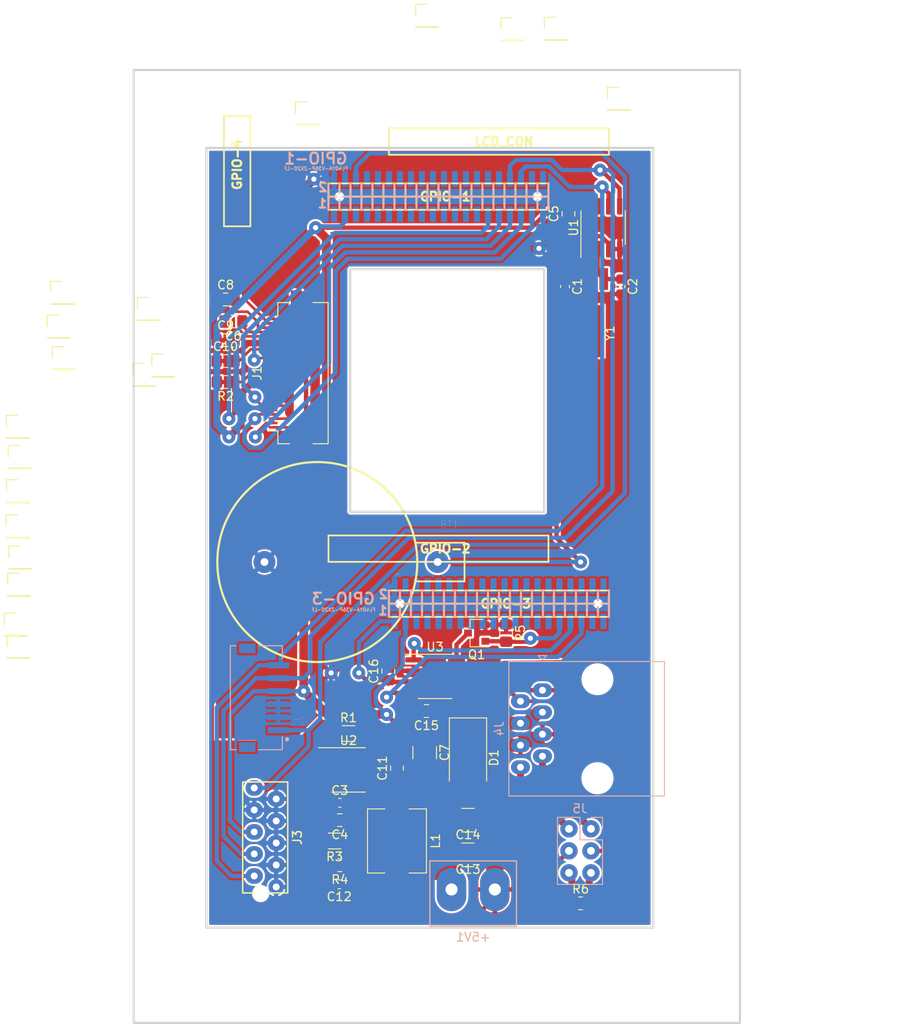
<source format=kicad_pcb>
(kicad_pcb (version 20211014) (generator pcbnew)
  (layers (0 "F.Cu" signal) (31 "B.Cu" signal) (34 "B.Paste" user) (35 "F.Paste" user) (36 "B.SilkS" user "B.Silkscreen") (37 "F.SilkS" user "F.Silkscreen") (38 "B.Mask" user) (39 "F.Mask" user) (44 "Edge.Cuts" user))
  (net 0 "")
  (net 1 "+5V")
  (net 2 "GND")
  (net 3 "GNDPWR")
  (net 4 "/lime2/LRADC0")
  (net 5 "/lime2/TS1_CLK/CSI1_PCLK/SDC1_CMD/PG0")
  (net 6 "/lime2/LRADC1")
  (net 7 "/lime2/TS1_ERR/CSI1_MLCK/SDC1_CLK/PG1")
  (net 8 "/lime2/MICIN1")
  (net 9 "/lime2/TS1_SYNC/CSI1_HSYNC/SDC1_D0/PG2")
  (net 10 "/lime2/VMIC")
  (net 11 "/lime2/TS1_DVLD/CSI1_VSYNC/SDC1_D1/PG3")
  (net 12 "/lime2/HPOUTL")
  (net 13 "/lime2/TS1_D0/CSI1_D0/SDC1_D2/CSI0_D8/PG4")
  (net 14 "/lime2/HPCOM/HPCOMFB")
  (net 15 "/lime2/TS1_D1/CSI1_D1/SDC1_D3/CSI0_D9/PG5")
  (net 16 "/lime2/HPOUTR")
  (net 17 "/lime2/TS1_D2/CSI1_D2/UART3_TX/CSI0_D10/PG6")
  (net 18 "/lime2/TVOUT0/VGA-G")
  (net 19 "/lime2/TS1_D3/CSI1_D3/UART3_RX/CSI0_D11/PG7")
  (net 20 "/lime2/TVOUT1/VGA-B")
  (net 21 "/lime2/TS1_D4/CSI1_D4/UART3_RTS/CSI0_D12/PG8")
  (net 22 "/lime2/TVOUT2/VGA-R")
  (net 23 "/lime2/TS1_D5/CSI1_D5/UART3_CTS/CSI0_D13/PG9")
  (net 24 "/lime2/UART0_RX/IR1_RX/PB23")
  (net 25 "/lime2/TS1_D6/CSI1_D6/UART4_TX/CSI0_D14/PG10")
  (net 26 "/lime2/UART0_TX/IR1_TX/PB22")
  (net 27 "/lime2/TS1_D7/CSI1_D7/UART4_RX/CSI0_D15/PG11")
  (net 28 "/lime2/TWI2_SDA/PB21")
  (net 29 "/lime2/TWI2_SCK/PB20")
  (net 30 "/lime2/NDQS/PC24")
  (net 31 "/lime2/SPI0_CS0/PC23")
  (net 32 "/lime2/IR0_TX/SPDIF_MCLK/STANBYWFI/PB3")
  (net 33 "/lime2/IR0_RX/PB4")
  (net 34 "/lime2/RESET_N")
  (net 35 "/lime2/I2S_MCLK/AC97_MCLK/PB5")
  (net 36 "/lime2/LCD1_D0/ATAA0/UART3_TX/EINT0/CSI1_D0/PH0")
  (net 37 "/lime2/I2S_BCLK/AC97_BCLK/PB6")
  (net 38 "/lime2/LCD1_D7/ATAD3/UART5_RX/MS_CLK/EINT7/CSI1_D7/PH7/I2S_DO1/PB9/USB0-DRV")
  (net 39 "/lime2/I2S_LRCK/AC97_SYNC/PB7")
  (net 40 "/lime2/ERXD2/LCD1_D9/ATAD5/KP_IN1/MS_D1/EINT9/CSI1_D9/PH9")
  (net 41 "/lime2/I2S_DO0/AC97_DO/PB8/SATA-PWR-EN")
  (net 42 "/lime2/ERXD1/LCD1_D10/ATAD6/KP_IN2/MS_D2/EINT10/CSI1_D10/PH10")
  (net 43 "/lime2/I2S_DO1/PB9")
  (net 44 "/lime2/ERXD0/LCD1_D11/ATAD7/KP_IN3/MS_D3/EINT11/CSI1_D11/PH11")
  (net 45 "/lime2/I2S_DO2/PB10")
  (net 46 "/lime2/LCD1_D12/ATAD8/PS2_SCK1/EINT12/CSI1_D12/PH12")
  (net 47 "/lime2/I2S_DO3/PB11")
  (net 48 "/lime2/LCD1_D13/ATAD9/PS2_SDA1/SMC_RST/EINT13/CSI1_D13/PH13")
  (net 49 "/lime2/I2S_DI/AC97_DI/SPDIF_DI/PB12")
  (net 50 "/lime2/ETXD3/LCD1_D14/ATAD10/KP_IN4/SMC_VPPEN/EINT14/CSI1_D14/PH14")
  (net 51 "/lime2/SPI2_CS1/SPDIF_DO/PB13")
  (net 52 "/lime2/ETXD2/LCD1_D15/ATAD11/KP_IN5/SMC_VPPPP/EINT15/CSI1_D15/PH15")
  (net 53 "/lime2/JTAG_MS0/SPI2_CS0/PB14")
  (net 54 "/lime2/ETXD1/LCD1_D16/ATAD12/KP_IN6/SMC_DET/EINT16/CSI1_D16/PH16")
  (net 55 "/lime2/JTAG_CK0/SPI2_CLK/PB15")
  (net 56 "/lime2/ETXD0/LCD1_D17/ATAD13/KP_IN7/SMC_VCCEN/EINT17/CSI1_D17/PH17")
  (net 57 "/lime2/JTAG_DO0/SPI2_MOSI/PB16")
  (net 58 "/lime2/ERXCK/LCD1_D18/ATAD14/KP_OUT0/SMC_SLK/EINT18/CSI1_D18/PH18")
  (net 59 "/lime2/JTAG_DI0/SPI2_MISO/PB17")
  (net 60 "/lime2/ETXCK/LCD1_CLK/ATACS1/KP_OUT4/SDC1_D0/CSI1_PCLK/PH24")
  (net 61 "/lime2/ECRS/LCD1_DE/ATAIORDY/KP_OUT5/SDC1_D1/CSI1_FIELD/PH25")
  (net 62 "/lime2/ECOL/LCD1_HSYNC/ATAIOR/KP_OUT6/SDC1_D2/CSI1_HSYNC/PH26")
  (net 63 "/lime2/EMDIO/LCD1_D22/ATADACK/KP_OUT2/SDC1_CMD/CSI1_D22/PH22")
  (net 64 "/lime2/ETXERR/LCD1_VSYNC/ATAIOW/KP_OUT7/SDC1_D3/CSI1_VSYNC/PH27")
  (net 65 "/lime2/ETEN/LCD1_D23/ATACS0/KP_OUT3/SDC1_CLK/CSI1_D23/PH23")
  (net 66 "/+5VCPU")
  (net 67 "Net-(C1-Pad1)")
  (net 68 "Net-(C2-Pad1)")
  (net 69 "Net-(C3-Pad1)")
  (net 70 "Net-(C4-Pad2)")
  (net 71 "+3V3")
  (net 72 "/XV0")
  (net 73 "/V0")
  (net 74 "+12V")
  (net 75 "/VG")
  (net 76 "/VM")
  (net 77 "/VD1")
  (net 78 "Net-(C11-Pad1)")
  (net 79 "Net-(C11-Pad2)")
  (net 80 "Net-(C12-Pad2)")
  (net 81 "/RSTB")
  (net 82 "/D1-A0")
  (net 83 "/lime2/SDA")
  (net 84 "/SPI_CS")
  (net 85 "/lime2/SCK")
  (net 86 "/SCL")
  (net 87 "/D0-SDA")
  (net 88 "/lime2/CAN_RX")
  (net 89 "/lime2/CAN_TX")
  (net 90 "/lime2/CAN_EN")
  (net 91 "Net-(J4-Pad1)")
  (net 92 "Net-(J4-Pad2)")
  (net 93 "Net-(J4-Pad7)")
  (net 94 "Net-(J4-Pad8)")
  (net 95 "Net-(J5-Pad5)")
  (net 96 "Net-(J5-Pad6)")
  (net 97 "Net-(Q1-Pad3)")
  (net 98 "Net-(R1-Pad1)")
  (net 99 "/V_BCKP")
  (net 100 "Net-(U1-Pad7)")
  (net 101 "GND2")
  (footprint "Capacitor_SMD:C_0603_1608Metric_Pad1.08x0.95mm_HandSolder" (layer "F.Cu") (at 14.8 -10 -90)
    (fp_text reference "C1")
    (fp_text value "10pF")
  )
  (footprint "Capacitor_SMD:C_0603_1608Metric_Pad1.08x0.95mm_HandSolder" (layer "F.Cu") (at 21.2 -10 -90)
    (fp_text reference "C2")
    (fp_text value "10pF")
  )
  (footprint "Capacitor_SMD:C_0603_1608Metric_Pad1.08x0.95mm_HandSolder" (layer "F.Cu") (at -11.2 49.6)
    (fp_text reference "C3")
    (fp_text value "6.8nF")
  )
  (footprint "Capacitor_SMD:C_0805_2012Metric_Pad1.18x1.45mm_HandSolder" (layer "F.Cu") (at -11.2 51.6 180)
    (fp_text reference "C4")
    (fp_text value "1µF6.3v")
  )
  (footprint "Capacitor_SMD:C_0805_2012Metric_Pad1.18x1.45mm_HandSolder" (layer "F.Cu") (at 15.2 -18.4 90)
    (fp_text reference "C5")
    (fp_text value "100nF6.3V")
  )
  (footprint "Capacitor_SMD:C_1210_3225Metric_Pad1.33x2.70mm_HandSolder" (layer "F.Cu") (at -1.4 43.8 -90)
    (fp_text reference "C7")
    (fp_text value "10µF25V")
  )
  (footprint "Capacitor_SMD:C_0805_2012Metric_Pad1.18x1.45mm_HandSolder" (layer "F.Cu") (at -24.384 -1.397)
    (fp_text reference "C10")
    (fp_text value "1uF16V")
  )
  (footprint "Capacitor_SMD:C_0805_2012Metric_Pad1.18x1.45mm_HandSolder" (layer "F.Cu") (at -4.6 45.6 90)
    (fp_text reference "C11")
    (fp_text value "100nF6.3V")
  )
  (footprint "Capacitor_SMD:C_0603_1608Metric_Pad1.08x0.95mm_HandSolder" (layer "F.Cu") (at -11.2625 59 180)
    (fp_text reference "C12")
    (fp_text value "10pf")
  )
  (footprint "Capacitor_SMD:C_1210_3225Metric_Pad1.33x2.70mm_HandSolder" (layer "F.Cu") (at 3.6 55.6 180)
    (fp_text reference "C13")
    (fp_text value "22µF6.3V")
  )
  (footprint "Capacitor_SMD:C_0805_2012Metric_Pad1.18x1.45mm_HandSolder" (layer "F.Cu") (at -1.2 39 180)
    (fp_text reference "C15")
    (fp_text value "100nF")
  )
  (footprint "Capacitor_SMD:C_0805_2012Metric_Pad1.18x1.45mm_HandSolder" (layer "F.Cu") (at -5.6 34.4 90)
    (fp_text reference "C16")
    (fp_text value "100nF")
  )
  (footprint "Diode_SMD:D_SMB_Handsoldering" (layer "F.Cu") (at 3.6 44.4 -90)
    (fp_text reference "D1")
    (fp_text value "SMBJ16A")
  )
  (footprint "local:multicomp505110-2691" (layer "F.Cu") (at -17.049 0 90)
    (fp_text reference "J1")
    (fp_text value "MDCOG240128B6W")
  )
  (footprint "Package_TO_SOT_SMD:SOT-23" (layer "F.Cu") (at 4.6 30 180)
    (fp_text reference "Q1")
    (fp_text value "BSS123")
  )
  (footprint "Resistor_SMD:R_1206_3216Metric_Pad1.30x1.75mm_HandSolder" (layer "F.Cu") (at -10.2 41.6)
    (fp_text reference "R1")
    (fp_text value "10K")
  )
  (footprint "Resistor_SMD:R_1206_3216Metric_Pad1.30x1.75mm_HandSolder" (layer "F.Cu") (at -11.8 54 180)
    (fp_text reference "R3")
    (fp_text value "10K")
  )
  (footprint "Resistor_SMD:R_0805_2012Metric_Pad1.20x1.40mm_HandSolder" (layer "F.Cu") (at 16.6 61.2)
    (fp_text reference "R6")
    (fp_text value "100")
  )
  (footprint "Package_SO:SOIC-8_3.9x4.9mm_P1.27mm" (layer "F.Cu") (at 19.2 -16.8 90)
    (fp_text reference "U1")
    (fp_text value "MCP7940N-xSN")
  )
  (footprint "Package_SO:SOIC-8-1EP_3.9x4.9mm_P1.27mm_EP2.41x3.3mm" (layer "F.Cu") (at -10.2 45.8)
    (fp_text reference "U2")
    (fp_text value "TPS54228")
  )
  (footprint "Package_SO:SOIC-8_3.9x4.9mm_P1.27mm" (layer "F.Cu") (at -0.2 35)
    (fp_text reference "U3")
    (fp_text value "TLE9250V")
  )
  (footprint "local:CMR200T" (layer "F.Cu") (at 18 -9.6 180)
    (fp_text reference "Y1")
    (fp_text value "32.768Khz")
  )
  (footprint "Resistor_SMD:R_0805_2012Metric_Pad1.20x1.40mm_HandSolder" (layer "F.Cu") (at 8 30 -90)
    (fp_text reference "R5")
    (fp_text value "47K")
  )
  (footprint "local:L_TT_7.3x6.8" (layer "F.Cu") (at -4.6 54 -90)
    (fp_text reference "L1")
    (fp_text value "4.7µH")
  )
  (footprint "Resistor_SMD:R_0805_2012Metric_Pad1.20x1.40mm_HandSolder" (layer "F.Cu") (at -11.2 56.8 180)
    (fp_text reference "R4")
    (fp_text value "56K")
  )
  (footprint "Resistor_SMD:R_0805_2012Metric_Pad1.20x1.40mm_HandSolder" (layer "F.Cu") (at -24.384 1.016 180)
    (fp_text reference "R2")
    (fp_text value "4K7")
  )
  (footprint "Capacitor_SMD:C_0805_2012Metric_Pad1.18x1.45mm_HandSolder" (layer "F.Cu") (at -24.384 -3.81)
    (fp_text reference "C9")
    (fp_text value "1uF16V")
  )
  (footprint "te:CONN-TE-MICROMATCH-5X2-PTH-BOSS" (layer "F.Cu") (at -19.812 53.594 -90)
    (fp_text reference "J3")
    (fp_text value "CONN_BME280_2")
  )
  (footprint "local:1066" (layer "F.Cu") (at -13.8 21.8)
    (fp_text reference "BT1")
    (fp_text value "CR2032")
  )
  (footprint "Connector_PinHeader_2.54mm:PinHeader_1x01_P2.54mm_Vertical" (layer "F.Cu") (at -15 -30)
    (fp_text reference "REF**" hide)
    (fp_text value "PinHeader_1x01_P2.54mm_Vertical" hide)
  )
  (footprint "Connector_PinHeader_2.54mm:PinHeader_1x01_P2.54mm_Vertical" (layer "F.Cu") (at 21.04 -31.68)
    (fp_text reference "REF**" hide)
    (fp_text value "PinHeader_1x01_P2.54mm_Vertical" hide)
  )
  (footprint "Connector_PinHeader_2.54mm:PinHeader_1x01_P2.54mm_Vertical" (layer "F.Cu") (at 8.74 -39.71)
    (fp_text reference "REF**" hide)
    (fp_text value "PinHeader_1x01_P2.54mm_Vertical" hide)
  )
  (footprint "Connector_PinHeader_2.54mm:PinHeader_1x01_P2.54mm_Vertical" (layer "F.Cu") (at 13.75 -39.76)
    (fp_text reference "REF**" hide)
    (fp_text value "PinHeader_1x01_P2.54mm_Vertical" hide)
  )
  (footprint "Connector_PinHeader_2.54mm:PinHeader_1x01_P2.54mm_Vertical" (layer "F.Cu") (at -33.24 -7.41)
    (fp_text reference "REF**" hide)
    (fp_text value "PinHeader_1x01_P2.54mm_Vertical" hide)
  )
  (footprint "Connector_PinHeader_2.54mm:PinHeader_1x01_P2.54mm_Vertical" (layer "F.Cu") (at -33.812 0.18)
    (fp_text reference "REF**" hide)
    (fp_text value "PinHeader_1x01_P2.54mm_Vertical" hide)
  )
  (footprint "Connector_PinHeader_2.54mm:PinHeader_1x01_P2.54mm_Vertical" (layer "F.Cu") (at -43.659 -5.38)
    (fp_text reference "REF**" hide)
    (fp_text value "PinHeader_1x01_P2.54mm_Vertical" hide)
  )
  (footprint "Connector_PinHeader_2.54mm:PinHeader_1x01_P2.54mm_Vertical" (layer "F.Cu") (at -31.571999 -0.876)
    (fp_text reference "REF**" hide)
    (fp_text value "PinHeader_1x01_P2.54mm_Vertical" hide)
  )
  (footprint "Connector_PinHeader_2.54mm:PinHeader_1x01_P2.54mm_Vertical" (layer "F.Cu") (at -43.06 -1.73)
    (fp_text reference "REF**" hide)
    (fp_text value "PinHeader_1x01_P2.54mm_Vertical" hide)
  )
  (footprint "Connector_PinHeader_2.54mm:PinHeader_1x01_P2.54mm_Vertical" (layer "F.Cu") (at -48.36 6.19)
    (fp_text reference "REF**" hide)
    (fp_text value "PinHeader_1x01_P2.54mm_Vertical" hide)
  )
  (footprint "Connector_PinHeader_2.54mm:PinHeader_1x01_P2.54mm_Vertical" (layer "F.Cu") (at -48.16 9.68)
    (fp_text reference "REF**" hide)
    (fp_text value "PinHeader_1x01_P2.54mm_Vertical" hide)
  )
  (footprint "Connector_PinHeader_2.54mm:PinHeader_1x01_P2.54mm_Vertical" (layer "F.Cu") (at -48.36 13.63)
    (fp_text reference "REF**" hide)
    (fp_text value "PinHeader_1x01_P2.54mm_Vertical" hide)
  )
  (footprint "Connector_PinHeader_2.54mm:PinHeader_1x01_P2.54mm_Vertical" (layer "F.Cu") (at -48.41 17.68)
    (fp_text reference "REF**" hide)
    (fp_text value "PinHeader_1x01_P2.54mm_Vertical" hide)
  )
  (footprint "Connector_PinHeader_2.54mm:PinHeader_1x01_P2.54mm_Vertical" (layer "F.Cu") (at -48.1 21.28)
    (fp_text reference "REF**" hide)
    (fp_text value "PinHeader_1x01_P2.54mm_Vertical" hide)
  )
  (footprint "Connector_PinHeader_2.54mm:PinHeader_1x01_P2.54mm_Vertical" (layer "F.Cu") (at -48.21 24.42)
    (fp_text reference "REF**" hide)
    (fp_text value "PinHeader_1x01_P2.54mm_Vertical" hide)
  )
  (footprint "Connector_PinHeader_2.54mm:PinHeader_1x01_P2.54mm_Vertical" (layer "F.Cu") (at -48.61 29.03)
    (fp_text reference "REF**" hide)
    (fp_text value "PinHeader_1x01_P2.54mm_Vertical" hide)
  )
  (footprint "Connector_PinHeader_2.54mm:PinHeader_1x01_P2.54mm_Vertical" (layer "F.Cu") (at -48.31 31.56)
    (fp_text reference "REF**" hide)
    (fp_text value "PinHeader_1x01_P2.54mm_Vertical" hide)
  )
  (footprint "Connector_PinHeader_2.54mm:PinHeader_1x01_P2.54mm_Vertical" (layer "F.Cu") (at -43.259 -9.281)
    (fp_text reference "REF**" hide)
    (fp_text value "PinHeader_1x01_P2.54mm_Vertical" hide)
  )
  (footprint "Connector_PinHeader_2.54mm:PinHeader_1x01_P2.54mm_Vertical" (layer "F.Cu") (at -1.1 -41.254695)
    (fp_text reference "REF**" hide)
    (fp_text value "PinHeader_1x01_P2.54mm_Vertical" hide)
  )
  (footprint "Capacitor_SMD:C_1210_3225Metric_Pad1.33x2.70mm_HandSolder" (layer "F.Cu") (at 3.6 51.6 180)
    (fp_text reference "C14")
    (fp_text value "22µF6.3V")
  )
  (footprint "Capacitor_SMD:C_0805_2012Metric_Pad1.18x1.45mm_HandSolder" (layer "F.Cu") (at -24.384 -8.509)
    (fp_text reference "C8")
    (fp_text value "1uF16V")
  )
  (footprint "Capacitor_SMD:C_0805_2012Metric_Pad1.18x1.45mm_HandSolder" (layer "F.Cu") (at -23.495 -5.969 180)
    (fp_text reference "C6")
    (fp_text value "1uF25V")
  )
  (footprint "A20_OLIMEXINO_LIME2_SHIELD:A20_OLIMEXINO_LIME2_SHIELD_1-YA-V36P-2X20-LF" (layer "B.Cu") (at 0.1905 -20.3835)
    (fp_text reference "GPIO-1")
    (fp_text value "FL40YA-V36P-2X20-LF")
  )
  (footprint "A20_OLIMEXINO_LIME2_SHIELD:A20_OLIMEXINO_LIME2_SHIELD_1-YA-V36P-2X20-LF" (layer "B.Cu") (at 7.1755 26.6065)
    (fp_text reference "GPIO-3")
    (fp_text value "FL40YA-V36P-2X20-LF")
  )
  (footprint "local:MC24356" (layer "B.Cu") (at 4.2 59.6 180)
    (fp_text reference "+5V1")
    (fp_text value "5V_LIME2")
  )
  (footprint "jst:JST_S6B-ZR-SM4A-TF(LF)(SN)" (layer "B.Cu") (at -18.288 37.465 90)
    (fp_text reference "J2")
    (fp_text value "Conn_BME280")
  )
  (footprint "Connector_RJ:RJ45_Amphenol_54602-x08_Horizontal" (layer "B.Cu") (at 12.2 36.6 -90)
    (fp_text reference "J4")
    (fp_text value "RJ45")
  )
  (footprint "Connector_PinHeader_2.54mm:PinHeader_2x03_P2.54mm_Vertical" (layer "B.Cu") (at 17.8 52.6 180)
    (fp_text reference "J5")
    (fp_text value "Term_sel")
  )
  (gr_line (start -24.5745 -16.9545) (end -21.5265 -16.9545) (layer "F.SilkS") (width 0.2))
  (gr_line (start -5.5245 -28.2575) (end -5.5245 -25.2095) (layer "F.SilkS") (width 0.2))
  (gr_line (start 19.8755 -28.2575) (end -5.5245 -28.2575) (layer "F.SilkS") (width 0.2))
  (gr_line (start -12.5095 -18.8595) (end 12.8905 -18.8595) (layer "F.SilkS") (width 0.2))
  (gr_line (start -5.5245 25.0825) (end -5.5245 28.1305) (layer "F.SilkS") (width 0.2))
  (gr_line (start 12.8905 -21.9075) (end -12.5095 -21.9075) (layer "F.SilkS") (width 0.2))
  (gr_line (start -5.5245 28.1305) (end 19.8755 28.1305) (layer "F.SilkS") (width 0.2))
  (gr_line (start -24.5745 -29.6545) (end -24.5745 -16.9545) (layer "F.SilkS") (width 0.2))
  (gr_line (start -12.5095 -21.9075) (end -12.5095 -18.8595) (layer "F.SilkS") (width 0.2))
  (gr_line (start 12.8905 21.7805) (end 12.8905 18.7325) (layer "F.SilkS") (width 0.2))
  (gr_line (start 19.8755 -25.2095) (end 19.8755 -28.2575) (layer "F.SilkS") (width 0.2))
  (gr_line (start -21.5265 -16.9545) (end -21.5265 -29.6545) (layer "F.SilkS") (width 0.2))
  (gr_line (start -5.5245 -25.2095) (end 19.8755 -25.2095) (layer "F.SilkS") (width 0.2))
  (gr_line (start 12.8905 18.7325) (end -12.5095 18.7325) (layer "F.SilkS") (width 0.2))
  (gr_line (start 12.8905 -18.8595) (end 12.8905 -21.9075) (layer "F.SilkS") (width 0.2))
  (gr_line (start -12.5095 21.7805) (end 12.8905 21.7805) (layer "F.SilkS") (width 0.2))
  (gr_line (start -12.5095 18.7325) (end -12.5095 21.7805) (layer "F.SilkS") (width 0.2))
  (gr_line (start 19.8755 25.0825) (end -5.5245 25.0825) (layer "F.SilkS") (width 0.2))
  (gr_line (start 19.8755 28.1305) (end 19.8755 25.0825) (layer "F.SilkS") (width 0.2))
  (gr_line (start -21.5265 -29.6545) (end -24.5745 -29.6545) (layer "F.SilkS") (width 0.2))
  (gr_line (start 12.4 16) (end 12.4 -12) (layer "Edge.Cuts") (width 0.254))
  (gr_line (start 35 -35) (end 30 -35) (layer "Edge.Cuts") (width 0.254))
  (gr_line (start -26.6065 64) (end 25 64) (layer "Edge.Cuts") (width 0.254))
  (gr_line (start 30 -35) (end -35 -35) (layer "Edge.Cuts") (width 0.254))
  (gr_line (start 12.4 -12) (end -10 -12) (layer "Edge.Cuts") (width 0.254))
  (gr_line (start -26.6065 -26) (end -26.6065 64) (layer "Edge.Cuts") (width 0.254))
  (gr_line (start -10 16) (end 12.4 16) (layer "Edge.Cuts") (width 0.254))
  (gr_line (start 25 64) (end 25 -26) (layer "Edge.Cuts") (width 0.254))
  (gr_line (start -35 75) (end 35 75) (layer "Edge.Cuts") (width 0.254))
  (gr_line (start 25 -26) (end -26.6065 -26) (layer "Edge.Cuts") (width 0.254))
  (gr_line (start 35 75) (end 35 -35) (layer "Edge.Cuts") (width 0.254))
  (gr_line (start -10 -12) (end -10 16) (layer "Edge.Cuts") (width 0.254))
  (gr_line (start -35 -35) (end -35 75) (layer "Edge.Cuts") (width 0.254))
  (gr_text "LCD_CON" (at 4.191 -26.7335) (layer "F.SilkS") (effects (font (size 1.016 1.016) (thickness 0.254)) (justify left)))
  (gr_text "GPIO-4" (at -23.0505 -21.0185 90) (layer "F.SilkS") (effects (font (size 1.016 1.016) (thickness 0.254)) (justify left)))
  (gr_text "GPIO-2" (at -2.0955 20.2565) (layer "F.SilkS") (effects (font (size 1.016 1.016) (thickness 0.254)) (justify left)))
  (gr_text "GPIO-1" (at -2.0955 -20.3835) (layer "F.SilkS") (effects (font (size 1.016 1.016) (thickness 0.254)) (justify left)))
  (gr_text "GPIO-3" (at 4.8895 26.6065) (layer "F.SilkS") (effects (font (size 1.016 1.016) (thickness 0.254)) (justify left)))
  (segment (start -2.675 35.635) (end -5.4025 35.635) (width 0.5) (layer "F.Cu") (net 1))
  (segment (start -8.1625 35.4375) (end -9 34.6) (width 0.5) (layer "F.Cu") (net 1))
  (segment (start -5.3975 35.635) (end -2.675 35.635) (width 0.5) (layer "F.Cu") (net 1))
  (segment (start -5.4025 35.635) (end -5.6 35.4375) (width 0.5) (layer "F.Cu") (net 1))
  (segment (start -5.6375 35.8) (end -5.6 35.8375) (width 0.5) (layer "F.Cu") (net 1))
  (segment (start -5.6 35.4375) (end -8.1625 35.4375) (width 0.5) (layer "F.Cu") (net 1))
  (segment (start -5.6 35.8375) (end -5.3975 35.635) (width 0.5) (layer "F.Cu") (net 1))
  (segment (start -6.5615 28.6385) (end -4.8895 28.6385) (width 0.5) (layer "B.Cu") (net 1))
  (segment (start -9 31.077) (end -6.5615 28.6385) (width 0.5) (layer "B.Cu") (net 1))
  (segment (start -9 34.6) (end -9 31.077) (width 0.5) (layer "B.Cu") (net 1))
  (segment (start -25.4215 -2.0105) (end -24.90999 -2.52201) (width 0.3) (layer "F.Cu") (net 2))
  (segment (start 21.105 -14.325) (end 22.225 -13.205) (width 0.5) (layer "F.Cu") (net 2))
  (segment (start -24.90999 -2.52201) (end -22.489822 -2.52201) (width 0.3) (layer "F.Cu") (net 2))
  (segment (start -21.96884 -0.27199) (end -21.866831 -0.373999) (width 0.3) (layer "F.Cu") (net 2))
  (segment (start 15.2 -17.3625) (end 20.4375 -17.3625) (width 0.5) (layer "F.Cu") (net 2))
  (segment (start 21.2 -9.1375) (end 21.2 -2.989998) (width 0.5) (layer "F.Cu") (net 2))
  (segment (start -11.5 33.9) (end -12.2 34.6) (width 1) (layer "F.Cu") (net 2))
  (segment (start -25.4215 -1.143) (end -25.4215 -0.0215) (width 0.8) (layer "F.Cu") (net 2))
  (segment (start 16.519998 -1.27) (end 14.8 -2.989998) (width 0.5) (layer "F.Cu") (net 2))
  (segment (start -25.4215 -2.0105) (end -25.4215 -1.143) (width 0.8) (layer "F.Cu") (net 2))
  (segment (start -14.2 -22.4) (end -25.4215 -11.1785) (width 1) (layer "F.Cu") (net 2))
  (segment (start -25.4215 0.9785) (end -25.384 1.016) (width 0.8) (layer "F.Cu") (net 2))
  (segment (start -18.899 -1.25) (end -19.727998 -1.25) (width 0.3) (layer "F.Cu") (net 2))
  (segment (start -19.727998 -1.25) (end -20.596998 -0.381) (width 0.3) (layer "F.Cu") (net 2))
  (segment (start -25.17101 -0.27199) (end -21.96884 -0.27199) (width 0.3) (layer "F.Cu") (net 2))
  (segment (start 5.6 29.05) (end 3.55 29.05) (width 0.5) (layer "F.Cu") (net 2))
  (segment (start 3.55 29.05) (end 3.500001 29.099999) (width 0.5) (layer "F.Cu") (net 2))
  (segment (start 22.225 -13.205) (end 22.225 -10.1625) (width 0.5) (layer "F.Cu") (net 2))
  (segment (start -11.835 -24.765) (end -14.2 -22.4) (width 0.5) (layer "F.Cu") (net 2))
  (segment (start -10.747 33.147) (end -6.2155 33.147) (width 0.5) (layer "F.Cu") (net 2))
  (segment (start 11.8 -14.4) (end 12.2375 -14.4) (width 0.5) (layer "F.Cu") (net 2))
  (segment (start 19.30806 -24.765) (end -11.835 -24.765) (width 0.5) (layer "F.Cu") (net 2))
  (segment (start 22.225 -10.1625) (end 21.2 -9.1375) (width 0.5) (layer "F.Cu") (net 2))
  (segment (start 5.6 29.05) (end 7.95 29.05) (width 0.5) (layer "F.Cu") (net 2))
  (segment (start -25.4215 -3.302) (end -25.4215 -2.0105) (width 0.8) (layer "F.Cu") (net 2))
  (segment (start -4.5975 34.365) (end -5.6 33.3625) (width 0.5) (layer "F.Cu") (net 2))
  (segment (start 22.098 -21.97506) (end 21.90953 -22.16353) (width 0.5) (layer "F.Cu") (net 2))
  (segment (start 20.4375 -17.3625) (end 21.105 -16.695) (width 0.5) (layer "F.Cu") (net 2))
  (segment (start -1.7 34.365) (end -1.143 34.922) (width 0.5) (layer "F.Cu") (net 2))
  (segment (start -25.82949 -8.10101) (end -25.4215 -8.509) (width 0.8) (layer "F.Cu") (net 2))
  (segment (start 19.480002 -1.27) (end 16.519998 -1.27) (width 0.5) (layer "F.Cu") (net 2))
  (segment (start -25.4215 -0.0215) (end -25.17101 -0.27199) (width 0.3) (layer "F.Cu") (net 2))
  (segment (start -1.765 34.365) (end -2.675 34.365) (width 0.5) (layer "F.Cu") (net 2))
  (segment (start -21.866831 -0.373999) (end -20.596998 -0.373999) (width 0.3) (layer "F.Cu") (net 2))
  (segment (start 2.749999 29.099999) (end 2.649999 29.199999) (width 0.5) (layer "F.Cu") (net 2))
  (segment (start 19.30806 -24.765) (end 22.098 -21.97506) (width 0.5) (layer "F.Cu") (net 2))
  (segment (start -10.4 -14.4) (end -11.5 -13.3) (width 1) (layer "F.Cu") (net 2))
  (segment (start 12.2375 -14.4) (end 15.2 -17.3625) (width 0.5) (layer "F.Cu") (net 2))
  (segment (start 11.8 -14.4) (end -10.4 -14.4) (width 1) (layer "F.Cu") (net 2))
  (segment (start 1.524991 31.075009) (end -1.765 34.365) (width 0.5) (layer "F.Cu") (net 2))
  (segment (start -1.143 37.9055) (end -2.2375 39) (width 0.5) (layer "F.Cu") (net 2))
  (segment (start 21.2 -2.989998) (end 19.480002 -1.27) (width 0.5) (layer "F.Cu") (net 2))
  (segment (start 2.649999 29.889327) (end 1.524991 31.014335) (width 0.5) (layer "F.Cu") (net 2))
  (segment (start -25.37501 -0.06799) (end -25.4215 -0.0215) (width 0.3) (layer "F.Cu") (net 2))
  (segment (start 14.8 -2.989998) (end 14.8 -9.1375) (width 0.5) (layer "F.Cu") (net 2))
  (segment (start -2.675 34.365) (end -1.7 34.365) (width 0.5) (layer "F.Cu") (net 2))
  (segment (start -2.675 34.365) (end -4.5975 34.365) (width 0.5) (layer "F.Cu") (net 2))
  (segment (start 21.105 -16.695) (end 22.098 -17.688) (width 0.5) (layer "F.Cu") (net 2))
  (segment (start -11.5 -13.3) (end -11.5 33.9) (width 1) (layer "F.Cu") (net 2))
  (segment (start -22.489822 -2.52201) (end -21.749643 -3.262189) (width 0.3) (layer "F.Cu") (net 2))
  (segment (start -25.4215 -11.1785) (end -25.4215 -8.509) (width 0.8) (layer "F.Cu") (net 2))
  (segment (start -18.899 -3.25) (end -21.737454 -3.25) (width 0.3) (layer "F.Cu") (net 2))
  (segment (start 2.649999 29.199999) (end 2.649999 29.889327) (width 0.5) (layer "F.Cu") (net 2))
  (segment (start -12.2 34.6) (end -10.747 33.147) (width 0.5) (layer "F.Cu") (net 2))
  (segment (start 1.524991 31.014335) (end 1.524991 31.075009) (width 0.5) (layer "F.Cu") (net 2))
  (segment (start 22.098 -17.688) (end 22.098 -21.97506) (width 0.5) (layer "F.Cu") (net 2))
  (segment (start -25.82949 -4.23949) (end -25.82949 -8.10101) (width 0.8) (layer "F.Cu") (net 2))
  (segment (start -25.20501 -2.22699) (end -25.4215 -2.0105) (width 0.3) (layer "F.Cu") (net 2))
  (segment (start 21.105 -16.695) (end 21.105 -14.325) (width 0.5) (layer "F.Cu") (net 2))
  (segment (start -1.143 34.922) (end -1.143 37.9055) (width 0.5) (layer "F.Cu") (net 2))
  (segment (start -25.4215 -0.0215) (end -25.4215 0.9785) (width 0.8) (layer "F.Cu") (net 2))
  (segment (start 7.95 29.05) (end 8 29) (width 0.5) (layer "F.Cu") (net 2))
  (segment (start 3.500001 29.099999) (end 2.749999 29.099999) (width 0.5) (layer "F.Cu") (net 2))
  (segment (start -6.2155 33.147) (end -5.6 33.7625) (width 0.5) (layer "F.Cu") (net 2))
  (segment (start 11.8 -14.4) (end 13.4 -14.4) (width 0.5) (layer "B.Cu") (net 2))
  (segment (start 13.4 17.4) (end -15.5 17.4) (width 0.5) (layer "B.Cu") (net 2))
  (segment (start -4.8895 24.5745) (end -5.7395 24.5745) (width 0.5) (layer "B.Cu") (net 2))
  (segment (start 17.2 13.6) (end 13.4 17.4) (width 0.5) (layer "B.Cu") (net 2))
  (segment (start 13.4 -14.4) (end 17.2 -10.6) (width 0.5) (layer "B.Cu") (net 2))
  (segment (start -12.2 34.6) (end -12.2 39.605963) (width 0.5) (layer "B.Cu") (net 2))
  (segment (start 12.2555 -14.8555) (end 11.8 -14.4) (width 0.5) (layer "B.Cu") (net 2))
  (segment (start -18.669 50.419) (end -18.542 50.546) (width 0.5) (layer "B.Cu") (net 2))
  (segment (start -22.53201 48.96899) (end -21.082 50.419) (width 0.5) (layer "B.Cu") (net 2))
  (segment (start -14.1845 -22.4155) (end -14.2 -22.4) (width 0.5) (layer "B.Cu") (net 2))
  (segment (start 17.2 -10.6) (end 17.2 13.6) (width 0.5) (layer "B.Cu") (net 2))
  (segment (start -15.5 17.4) (end -19.9 21.8) (width 0.5) (layer "B.Cu") (net 2))
  (segment (start 12.2555 -18.3515) (end 12.2555 -14.8555) (width 0.5) (layer "B.Cu") (net 2))
  (segment (start -11.8745 -22.4155) (end -14.1845 -22.4155) (width 0.5) (layer "B.Cu") (net 2))
  (segment (start -18.542 49.149) (end -18.542 50.546) (width 0.5) (layer "B.Cu") (net 2))
  (segment (start -22.606 46.482) (end -22.606 48.895) (width 0.5) (layer "B.Cu") (net 2))
  (segment (start -18.542 50.546) (end -18.542 59.309) (width 0.5) (layer "B.Cu") (net 2))
  (segment (start -20.32 39.997) (end -20.32 44.196) (width 0.5) (layer "B.Cu") (net 2))
  (segment (start -5.7395 24.5745) (end -12.2 31.035) (width 0.5) (layer "B.Cu") (net 2))
  (segment (start -12.2 31.035) (end -12.2 34.6) (width 0.5) (layer "B.Cu") (net 2))
  (segment (start -21.082 50.419) (end -18.669 50.419) (width 0.5) (layer "B.Cu") (net 2))
  (segment (start -18.288 38.215) (end -18.288 39.715) (width 0.5) (layer "B.Cu") (net 2))
  (segment (start -20.32 44.196) (end -22.606 46.482) (width 0.5) (layer "B.Cu") (net 2))
  (segment (start -18.288 39.715) (end -20.038 39.715) (width 0.5) (layer "B.Cu") (net 2))
  (segment (start -22.606 48.895) (end -22.53201 48.96899) (width 0.5) (layer "B.Cu") (net 2))
  (segment (start -20.038 39.715) (end -20.32 39.997) (width 0.5) (layer "B.Cu") (net 2))
  (segment (start -13.462 31.086998) (end -13.462 39.878) (width 0.5) (layer "B.Cu") (net 4))
  (segment (start -9.3345 -23.8155) (end -7.77701 -25.37299) (width 0.5) (layer "B.Cu") (net 4))
  (segment (start -2.175002 19.8) (end -13.462 31.086998) (width 0.5) (layer "B.Cu") (net 4))
  (segment (start 21.717 13.843) (end 15.76 19.8) (width 0.5) (layer "B.Cu") (net 4))
  (segment (start -19.582 47.879) (end -21.082 47.879) (width 0.5) (layer "B.Cu") (net 4))
  (segment (start -14.799 43.096) (end -19.582 47.879) (width 0.5) (layer "B.Cu") (net 4))
  (segment (start 19.07701 -25.37299) (end 21.717 -22.733) (width 0.5) (layer "B.Cu") (net 4))
  (segment (start -9.3345 -22.4155) (end -9.3345 -23.8155) (width 0.5) (layer "B.Cu") (net 4))
  (segment (start -7.77701 -25.37299) (end 19.07701 -25.37299) (width 0.5) (layer "B.Cu") (net 4))
  (segment (start -18.288 41.215) (end -14.799 41.215) (width 0.5) (layer "B.Cu") (net 4))
  (segment (start 21.717 -22.733) (end 21.717 13.843) (width 0.5) (layer "B.Cu") (net 4))
  (segment (start 15.76 19.8) (end -2.175002 19.8) (width 0.5) (layer "B.Cu") (net 4))
  (segment (start -13.462 39.878) (end -14.799 41.215) (width 0.5) (layer "B.Cu") (net 4))
  (segment (start -14.799 41.215) (end -14.799 43.096) (width 0.5) (layer "B.Cu") (net 4))
  (segment (start -10.2 56.8) (end -9.4 56.8) (width 0.5) (layer "F.Cu") (net 66))
  (segment (start -10.2 56.8) (end -10.2 58.8) (width 0.5) (layer "F.Cu") (net 66))
  (segment (start -10.2 58.8) (end -10.4 59) (width 0.5) (layer "F.Cu") (net 66))
  (segment (start 1.5 57.5) (end 1.5 59.5) (width 2) (layer "F.Cu") (net 66))
  (segment (start -7.6 55) (end -9.4 56.8) (width 0.5) (layer "F.Cu") (net 66))
  (segment (start -4.6 57.5) (end 1.5 57.5) (width 2) (layer "F.Cu") (net 66))
  (segment (start 1.8 55) (end -7.6 55) (width 0.5) (layer "F.Cu") (net 66))
  (segment (start 1.7 59.6) (end 1.7 51) (width 2) (layer "F.Cu") (net 66))
  (segment (start 16.7225 -10.8625) (end 16.73 -10.87) (width 0.5) (layer "F.Cu") (net 67))
  (segment (start 17.295 -14.325) (end 17.295 -11.435) (width 0.5) (layer "F.Cu") (net 67))
  (segment (start 14.8 -10.8625) (end 16.7225 -10.8625) (width 0.5) (layer "F.Cu") (net 67))
  (segment (start 17.295 -11.435) (end 16.73 -10.87) (width 0.5) (layer "F.Cu") (net 67))
  (segment (start 19.27 -10.87) (end 21.1925 -10.87) (width 0.5) (layer "F.Cu") (net 68))
  (segment (start 21.1925 -10.87) (end 21.2 -10.8625) (width 0.5) (layer "F.Cu") (net 68))
  (segment (start 18.565 -11.575) (end 19.27 -10.87) (width 0.5) (layer "F.Cu") (net 68))
  (segment (start 18.565 -14.325) (end 18.565 -11.575) (width 0.5) (layer "F.Cu") (net 68))
  (segment (start -12.675 48.9875) (end -12.0625 49.6) (width 0.5) (layer "F.Cu") (net 69))
  (segment (start -12.675 47.705) (end -12.675 48.9875) (width 0.5) (layer "F.Cu") (net 69))
  (segment (start -13.542 46.435) (end -14.224 47.117) (width 0.5) (layer "F.Cu") (net 70))
  (segment (start -12.675 46.435) (end -13.542 46.435) (width 0.5) (layer "F.Cu") (net 70))
  (segment (start -14.224 49.6135) (end -12.2375 51.6) (width 0.5) (layer "F.Cu") (net 70))
  (segment (start -14.224 47.117) (end -14.224 49.6135) (width 0.5) (layer "F.Cu") (net 70))
  (segment (start -17.018 2.667) (end -17.018 3.175) (width 1) (layer "F.Cu") (net 71))
  (segment (start 15.3625 -19.275) (end 15.2 -19.4375) (width 0.5) (layer "F.Cu") (net 71))
  (segment (start -17.018 1.482) (end -17.018 2.159) (width 1) (layer "F.Cu") (net 71))
  (segment (start -17.141 -0.25) (end -17.018 -0.127) (width 0.3) (layer "F.Cu") (net 71))
  (segment (start -18.899 3.25) (end -17.093 3.25) (width 0.3) (layer "F.Cu") (net 71))
  (segment (start -18.899 2.25) (end -17.109 2.25) (width 0.3) (layer "F.Cu") (net 71))
  (segment (start -18.899 0.75) (end -19.75 0.75) (width 0.3) (layer "F.Cu") (net 71))
  (segment (start -5.8 39.4) (end -12.67 39.4) (width 1) (layer "F.Cu") (net 71))
  (segment (start -12.75 -14.775305) (end -12.75 10.083) (width 1) (layer "F.Cu") (net 71))
  (segment (start -12.75 -15.55) (end -14 -16.8) (width 1) (layer "F.Cu") (net 71))
  (segment (start -4.941 40.259) (end -5.8 39.4) (width 0.5) (layer "F.Cu") (net 71))
  (segment (start -17.212 -3.75) (end -17.018 -3.556) (width 0.3) (layer "F.Cu") (net 71))
  (segment (start -19.75 1.75) (end -20.25 1.25) (width 0.3) (layer "F.Cu") (net 71))
  (segment (start -18.899 -2.25) (end -17.181 -2.25) (width 0.3) (layer "F.Cu") (net 71))
  (segment (start -18.899 -0.25) (end -17.141 -0.25) (width 0.3) (layer "F.Cu") (net 71))
  (segment (start -18.899 1.25) (end -20.25 1.25) (width 0.3) (layer "F.Cu") (net 71))
  (segment (start -17.018 -0.127) (end -17.018 0.762) (width 1) (layer "F.Cu") (net 71))
  (segment (start 1.9325 36.905) (end -0.1625 39) (width 0.5) (layer "F.Cu") (net 71))
  (segment (start -17.315 5.25) (end -17.018 4.953) (width 0.3) (layer "F.Cu") (net 71))
  (segment (start -22.48399 5.006796) (end -22.48399 2.235988) (width 0.8) (layer "F.Cu") (net 71))
  (segment (start -17.018 3.175) (end -17.018 3.556) (width 1) (layer "F.Cu") (net 71))
  (segment (start -22.48399 2.235988) (end -21.498002 1.25) (width 0.8) (layer "F.Cu") (net 71))
  (segment (start -17.018 0.762) (end -17.018 1.482) (width 1) (layer "F.Cu") (net 71))
  (segment (start -17.109 2.25) (end -17.018 2.159) (width 0.3) (layer "F.Cu") (net 71))
  (segment (start -21.498002 1.25) (end -20.25 1.25) (width 0.8) (layer "F.Cu") (net 71))
  (segment (start -1.4215 40.259) (end -4.941 40.259) (width 0.5) (layer "F.Cu") (net 71))
  (segment (start 17.295 -19.275) (end 15.3625 -19.275) (width 0.5) (layer "F.Cu") (net 71))
  (segment (start -0.1625 39) (end -1.4215 40.259) (width 0.5) (layer "F.Cu") (net 71))
  (segment (start -17.212 3.75) (end -17.018 3.556) (width 0.3) (layer "F.Cu") (net 71))
  (segment (start -18.899 1.25) (end -17.25 1.25) (width 0.3) (layer "F.Cu") (net 71))
  (segment (start 15.2 -19.4375) (end 14.8375 -19.4375) (width 0.5) (layer "F.Cu") (net 71))
  (segment (start -12.75 -14.775305) (end -12.75 -15.55) (width 1) (layer "F.Cu") (net 71))
  (segment (start -18.899 1.75) (end -17.286 1.75) (width 0.3) (layer "F.Cu") (net 71))
  (segment (start -18.899 3.75) (end -17.212 3.75) (width 0.3) (layer "F.Cu") (net 71))
  (segment (start -18.899 1.75) (end -19.75 1.75) (width 0.3) (layer "F.Cu") (net 71))
  (segment (start -18.899 0.75) (end -17.03 0.75) (width 0.3) (layer "F.Cu") (net 71))
  (segment (start -12.75 10.083) (end -15.367 12.7) (width 1) (layer "F.Cu") (net 71))
  (segment (start -18.899 -0.75) (end -17.03 -0.75) (width 0.3) (layer "F.Cu") (net 71))
  (segment (start -17.101 2.75) (end -17.018 2.667) (width 0.3) (layer "F.Cu") (net 71))
  (segment (start -17.03 0.75) (end -17.018 0.762) (width 0.3) (layer "F.Cu") (net 71))
  (segment (start -24 7.366) (end -22.606 5.972) (width 0.8) (layer "F.Cu") (net 71))
  (segment (start -22.599999 5.122805) (end -22.48399 5.006796) (width 0.8) (layer "F.Cu") (net 71))
  (segment (start -22.599999 5.922001) (end -22.599999 5.122805) (width 0.8) (layer "F.Cu") (net 71))
  (segment (start -17.286 1.75) (end -17.018 1.482) (width 0.3) (layer "F.Cu") (net 71))
  (segment (start 10.958 -16.8) (end 13.5955 -19.4375) (width 0.5) (layer "F.Cu") (net 71))
  (segment (start -12.67 39.4) (end -15.367 36.703) (width 1) (layer "F.Cu") (net 71))
  (segment (start -17.018 -3.556) (end -17.018 -0.762) (width 1) (layer "F.Cu") (net 71))
  (segment (start 15.2 -19.4375) (end 13.5955 -19.4375) (width 0.5) (layer "F.Cu") (net 71))
  (segment (start -19.75 0.75) (end -20.25 1.25) (width 0.3) (layer "F.Cu") (net 71))
  (segment (start -22.606 5.972) (end -22.606 5.928002) (width 0.8) (layer "F.Cu") (net 71))
  (segment (start -17.093 3.25) (end -17.018 3.175) (width 0.3) (layer "F.Cu") (net 71))
  (segment (start -18.899 2.75) (end -17.101 2.75) (width 0.3) (layer "F.Cu") (net 71))
  (segment (start -15.367 12.7) (end -15.367 36.703) (width 1) (layer "F.Cu") (net 71))
  (segment (start -17.018 3.556) (end -17.018 4.572) (width 1) (layer "F.Cu") (net 71))
  (segment (start -17.03 -0.75) (end -17.018 -0.762) (width 0.3) (layer "F.Cu") (net 71))
  (segment (start -17.25 1.25) (end -17.018 1.482) (width 0.3) (layer "F.Cu") (net 71))
  (segment (start -14 -16.8) (end 10.958 -16.8) (width 0.5) (layer "F.Cu") (net 71))
  (segment (start -18.899 5.25) (end -17.315 5.25) (width 0.3) (layer "F.Cu") (net 71))
  (segment (start 2.275 36.905) (end 1.9325 36.905) (width 0.5) (layer "F.Cu") (net 71))
  (segment (start -17.181 -2.25) (end -17.018 -2.413) (width 0.3) (layer "F.Cu") (net 71))
  (segment (start -17.196 4.75) (end -17.018 4.572) (width 0.3) (layer "F.Cu") (net 71))
  (segment (start -22.606 5.928002) (end -22.599999 5.922001) (width 0.8) (layer "F.Cu") (net 71))
  (segment (start -17.018 -0.762) (end -17.018 -0.127) (width 1) (layer "F.Cu") (net 71))
  (segment (start -17.018 2.159) (end -17.018 2.667) (width 1) (layer "F.Cu") (net 71))
  (segment (start -18.899 -3.75) (end -17.212 -3.75) (width 0.3) (layer "F.Cu") (net 71))
  (segment (start -18.796 36.715) (end -21.176326 36.715) (width 0.5) (layer "B.Cu") (net 71))
  (segment (start -23.876 51.665) (end -22.582 52.959) (width 0.5) (layer "B.Cu") (net 71))
  (segment (start -6.400001 36.149999) (end -7.050001 36.799999) (width 0.5) (layer "B.Cu") (net 71))
  (segment (start -14 -16.8) (end -25.400001 -5.399999) (width 0.8) (layer "B.Cu") (net 71))
  (segment (start -7.000001 38.199999) (end -5.8 39.4) (width 0.5) (layer "B.Cu") (net 71))
  (segment (start -13.848501 -16.951499) (end -14 -16.8) (width 0.5) (layer "B.Cu") (net 71))
  (segment (start -25.400001 5.965999) (end -24 7.366) (width 0.8) (layer "B.Cu") (net 71))
  (segment (start -15.379 36.715) (end -15.367 36.703) (width 0.5) (layer "B.Cu") (net 71))
  (segment (start -10.6045 -18.3515) (end -10.6045 -17.471498) (width 0.5) (layer "B.Cu") (net 71))
  (segment (start -7.050001 36.799999) (end -7.050001 38.000001) (width 0.5) (layer "B.Cu") (net 71))
  (segment (start -3.6195 30.443498) (end -3.937 30.760998) (width 0.5) (layer "B.Cu") (net 71))
  (segment (start -18.288 36.715) (end -15.379 36.715) (width 0.5) (layer "B.Cu") (net 71))
  (segment (start -25.400001 -5.399999) (end -25.400001 5.965999) (width 0.8) (layer "B.Cu") (net 71))
  (segment (start -6.350001 36.149999) (end -6.400001 36.149999) (width 0.5) (layer "B.Cu") (net 71))
  (segment (start -22.582 52.959) (end -21.082 52.959) (width 0.5) (layer "B.Cu") (net 71))
  (segment (start -10.6045 -17.471498) (end -11.124499 -16.951499) (width 0.5) (layer "B.Cu") (net 71))
  (segment (start -11.124499 -16.951499) (end -13.848501 -16.951499) (width 0.5) (layer "B.Cu") (net 71))
  (segment (start -3.937 33.736998) (end -6.350001 36.149999) (width 0.5) (layer "B.Cu") (net 71))
  (segment (start -3.6195 28.6385) (end -3.6195 30.443498) (width 0.5) (layer "B.Cu") (net 71))
  (segment (start -24 7.366) (end -25.353424 6.012576) (width 0.8) (layer "B.Cu") (net 71))
  (segment (start -21.176326 36.715) (end -23.876 39.414674) (width 0.5) (layer "B.Cu") (net 71))
  (segment (start -7.000001 38.050001) (end -7.000001 38.199999) (width 0.5) (layer "B.Cu") (net 71))
  (segment (start -3.937 30.760998) (end -3.937 33.736998) (width 0.5) (layer "B.Cu") (net 71))
  (segment (start -7.050001 38.000001) (end -7.000001 38.050001) (width 0.5) (layer "B.Cu") (net 71))
  (segment (start -23.876 39.414674) (end -23.876 51.665) (width 0.5) (layer "B.Cu") (net 71))
  (segment (start -21.850754 -7.09401) (end -20.65101 -5.894266) (width 0.3) (layer "F.Cu") (net 72))
  (segment (start -24.5325 -6.2015) (end -24.5325 -5.461) (width 0.3) (layer "F.Cu") (net 72))
  (segment (start -24.5325 -5.969) (end -23.40749 -7.09401) (width 0.3) (layer "F.Cu") (net 72))
  (segment (start -24.19799 -6.53601) (end -24.5325 -6.2015) (width 0.3) (layer "F.Cu") (net 72))
  (segment (start -18.899 -5.25) (end -20.585454 -5.25) (width 0.3) (layer "F.Cu") (net 72))
  (segment (start -23.40749 -7.09401) (end -21.850754 -7.09401) (width 0.3) (layer "F.Cu") (net 72))
  (segment (start -20.65101 -5.315556) (end -20.635464 -5.30001) (width 0.3) (layer "F.Cu") (net 72))
  (segment (start -20.635464 -5.30001) (end -20.585454 -5.30001) (width 0.3) (layer "F.Cu") (net 72))
  (segment (start -20.65101 -5.894266) (end -20.65101 -5.315556) (width 0.3) (layer "F.Cu") (net 72))
  (segment (start -18.899 -4.75) (end -21.7465 -4.75) (width 0.3) (layer "F.Cu") (net 73))
  (segment (start -22.2545 -5.258) (end -22.4575 -5.461) (width 0.3) (layer "F.Cu") (net 73))
  (segment (start -21.7465 -4.75) (end -22.4575 -5.461) (width 0.3) (layer "F.Cu") (net 73))
  (segment (start 4.89 40.41) (end 3.6 41.7) (width 1.5) (layer "F.Cu") (net 74))
  (segment (start -9 41.6) (end -7.725 42.875) (width 0.5) (layer "F.Cu") (net 74))
  (segment (start -1.4 42.2375) (end 3.0625 42.2375) (width 1.5) (layer "F.Cu") (net 74))
  (segment (start 10.438 40.41) (end 9.66 40.41) (width 1.5) (layer "F.Cu") (net 74))
  (segment (start 11.708 39.14) (end 10.438 40.41) (width 1.5) (layer "F.Cu") (net 74))
  (segment (start -1.4 42.2375) (end -8.0375 42.2375) (width 1.5) (layer "F.Cu") (net 74))
  (segment (start -7.725 42.875) (end -7.725 43.895) (width 0.5) (layer "F.Cu") (net 74))
  (segment (start 2.2625 42.2375) (end 3.6 40.9) (width 1.5) (layer "F.Cu") (net 74))
  (segment (start -1.4 42.2375) (end 2.2625 42.2375) (width 1.5) (layer "F.Cu") (net 74))
  (segment (start 3.0625 42.2375) (end 3.6 41.7) (width 1.5) (layer "F.Cu") (net 74))
  (segment (start 12.2 39.14) (end 11.708 39.14) (width 1.5) (layer "F.Cu") (net 74))
  (segment (start 9.66 40.41) (end 4.89 40.41) (width 1.5) (layer "F.Cu") (net 74))
  (segment (start -18.899 -5.75) (end -20.101 -5.75) (width 0.3) (layer "F.Cu") (net 75))
  (segment (start -22.1615 -8.509) (end -19.847 -6.1945) (width 0.3) (layer "F.Cu") (net 75))
  (segment (start -23.3465 -8.509) (end -22.1615 -8.509) (width 0.3) (layer "F.Cu") (net 75))
  (segment (start -19.847 -6.1945) (end -19.847 -5.80001) (width 0.3) (layer "F.Cu") (net 75))
  (segment (start -22.955454 -3.302) (end -23.3465 -3.302) (width 0.3) (layer "F.Cu") (net 76))
  (segment (start -22.3985 -4.25) (end -23.3465 -3.302) (width 0.3) (layer "F.Cu") (net 76))
  (segment (start -18.899 -4.25) (end -22.3985 -4.25) (width 0.3) (layer "F.Cu") (net 76))
  (segment (start -18.899 -2.75) (end -21.484002 -2.75) (width 0.3) (layer "F.Cu") (net 77))
  (segment (start -21.484002 -2.75) (end -23.091002 -1.143) (width 0.3) (layer "F.Cu") (net 77))
  (segment (start -23.137334 -1.143) (end -23.3465 -1.143) (width 0.3) (layer "F.Cu") (net 77))
  (segment (start -23.091002 -1.143) (end -23.3465 -1.143) (width 0.3) (layer "F.Cu") (net 77))
  (segment (start -4.8025 46.435) (end -4.6 46.6375) (width 0.5) (layer "F.Cu") (net 78))
  (segment (start -4.6 46.6375) (end -4.6 49.5) (width 1.5) (layer "F.Cu") (net 78))
  (segment (start -7.725 46.435) (end -4.8025 46.435) (width 0.5) (layer "F.Cu") (net 78))
  (segment (start -4.6 49.5) (end -3.6 50.5) (width 1.5) (layer "F.Cu") (net 78))
  (segment (start -7.725 45.165) (end -5.2025 45.165) (width 0.5) (layer "F.Cu") (net 79))
  (segment (start -5.2025 45.165) (end -4.6 44.5625) (width 0.5) (layer "F.Cu") (net 79))
  (segment (start -14.974011 52.375989) (end -13.35 54) (width 0.5) (layer "F.Cu") (net 80))
  (segment (start -12.2 56.8) (end -12.2 58.925) (width 0.5) (layer "F.Cu") (net 80))
  (segment (start -13.35 54) (end -13.35 55.65) (width 0.5) (layer "F.Cu") (net 80))
  (segment (start -12.2 58.925) (end -12.125 59) (width 0.5) (layer "F.Cu") (net 80))
  (segment (start -12.675 45.165) (end -13.65 45.165) (width 0.5) (layer "F.Cu") (net 80))
  (segment (start -13.65 45.165) (end -14.974011 46.489011) (width 0.5) (layer "F.Cu") (net 80))
  (segment (start -14.974011 46.489011) (end -14.974011 52.375989) (width 0.5) (layer "F.Cu") (net 80))
  (segment (start -13.35 55.65) (end -12.2 56.8) (width 0.5) (layer "F.Cu") (net 80))
  (segment (start -23.384 1.016) (end -23.384 4.634) (width 0.5) (layer "F.Cu") (net 81))
  (segment (start -23.384 1.016) (end -22.614 1.016) (width 0.3) (layer "F.Cu") (net 81))
  (segment (start -23.384 4.634) (end -24 5.25) (width 0.5) (layer "F.Cu") (net 81))
  (segment (start -18.899 0.25) (end -21.712999 0.249999) (width 0.3) (layer "F.Cu") (net 81))
  (segment (start -22.479 1.016) (end -23.384 1.016) (width 0.3) (layer "F.Cu") (net 81))
  (segment (start -21.712999 0.249999) (end -22.479 1.016) (width 0.3) (layer "F.Cu") (net 81))
  (segment (start -23.5 1.132) (end -23.384 1.016) (width 0.5) (layer "F.Cu") (net 81))
  (segment (start 5.161204 -16.208044) (end -10.807279 -16.208044) (width 0.5) (layer "B.Cu") (net 81))
  (segment (start -10.813835 -16.201488) (end -11.738512 -16.201488) (width 0.5) (layer "B.Cu") (net 81))
  (segment (start 5.9055 -18.3515) (end 5.9055 -16.95234) (width 0.5) (layer "B.Cu") (net 81))
  (segment (start -24 -3.94) (end -24 4.18934) (width 0.5) (layer "B.Cu") (net 81))
  (segment (start -10.807279 -16.208044) (end -10.813835 -16.201488) (width 0.5) (layer "B.Cu") (net 81))
  (segment (start 5.9055 -16.95234) (end 5.161204 -16.208044) (width 0.5) (layer "B.Cu") (net 81))
  (segment (start -11.738512 -16.201488) (end -24 -3.94) (width 0.5) (layer "B.Cu") (net 81))
  (segment (start -24 4.18934) (end -24 5.25) (width 0.5) (layer "B.Cu") (net 81))
  (segment (start -21 2.949) (end -21 2.75) (width 0.3) (layer "F.Cu") (net 82))
  (segment (start -18.899 4.25) (end -19.699 4.25) (width 0.3) (layer "F.Cu") (net 82))
  (segment (start -19.699 4.25) (end -21 2.949) (width 0.3) (layer "F.Cu") (net 82))
  (segment (start 7.1755 -16.9515) (end 5.682033 -15.458033) (width 0.5) (layer "B.Cu") (net 82))
  (segment (start -22.332001 1.417999) (end -21 2.75) (width 0.5) (layer "B.Cu") (net 82))
  (segment (start -10.496615 -15.458033) (end -10.503171 -15.451477) (width 0.5) (layer "B.Cu") (net 82))
  (segment (start 7.1755 -18.3515) (end 7.1755 -16.9515) (width 0.5) (layer "B.Cu") (net 82))
  (segment (start 5.682033 -15.458033) (end -10.496615 -15.458033) (width 0.5) (layer "B.Cu") (net 82))
  (segment (start -10.503171 -15.451477) (end -11.225548 -15.451477) (width 0.5) (layer "B.Cu") (net 82))
  (segment (start -11.225548 -15.451477) (end -22.332001 -4.345024) (width 0.5) (layer "B.Cu") (net 82))
  (segment (start -22.332001 -4.345024) (end -22.332001 1.417999) (width 0.5) (layer "B.Cu") (net 82))
  (segment (start 21.105 -19.275) (end 21.105 -21.313) (width 0.5) (layer "F.Cu") (net 83))
  (segment (start 18.969471 -23.448529) (end 18.848529 -23.448529) (width 0.5) (layer "F.Cu") (net 83))
  (segment (start 21.105 -21.313) (end 18.969471 -23.448529) (width 0.5) (layer "F.Cu") (net 83))
  (segment (start 20.350001 -22.100001) (end 20.350001 -23.007717) (width 0.5) (layer "B.Cu") (net 83))
  (segment (start -3.252 19) (end -14.605 30.353) (width 0.5) (layer "B.Cu") (net 83))
  (segment (start 9.128979 -24.622979) (end 8.4455 -23.9395) (width 0.5) (layer "B.Cu") (net 83))
  (segment (start 8.4455 -23.9395) (end 8.4455 -22.4155) (width 0.5) (layer "B.Cu") (net 83))
  (segment (start 20.350001 -20.899999) (end 20.300001 -20.849999) (width 0.5) (layer "B.Cu") (net 83))
  (segment (start -24.638 53.443) (end -22.582 55.499) (width 0.5) (layer "B.Cu") (net 83))
  (segment (start 18.848529 -23.448529) (end 14.433148 -23.448529) (width 0.5) (layer "B.Cu") (net 83))
  (segment (start 20.300001 -20.849999) (end 20.300001 13.608999) (width 0.5) (layer "B.Cu") (net 83))
  (segment (start -15.403 35.215) (end -20.882233 35.215) (width 0.5) (layer "B.Cu") (net 83))
  (segment (start 20.300001 13.608999) (end 14.909 19) (width 0.5) (layer "B.Cu") (net 83))
  (segment (start -24.638 38.970767) (end -24.638 53.443) (width 0.5) (layer "B.Cu") (net 83))
  (segment (start 20.350001 -22.100001) (end 20.350001 -20.899999) (width 0.5) (layer "B.Cu") (net 83))
  (segment (start 14.909 19) (end -3.252 19) (width 0.5) (layer "B.Cu") (net 83))
  (segment (start 14.433148 -23.448529) (end 13.258698 -24.622979) (width 0.5) (layer "B.Cu") (net 83))
  (segment (start -14.605 34.417) (end -15.403 35.215) (width 0.5) (layer "B.Cu") (net 83))
  (segment (start 13.258698 -24.622979) (end 9.128979 -24.622979) (width 0.5) (layer "B.Cu") (net 83))
  (segment (start -22.582 55.499) (end -21.082 55.499) (width 0.5) (layer "B.Cu") (net 83))
  (segment (start 19.909189 -23.448529) (end 18.848529 -23.448529) (width 0.5) (layer "B.Cu") (net 83))
  (segment (start -20.882233 35.215) (end -24.638 38.970767) (width 0.5) (layer "B.Cu") (net 83))
  (segment (start -14.605 30.353) (end -14.605 34.417) (width 0.5) (layer "B.Cu") (net 83))
  (segment (start 20.350001 -23.007717) (end 19.909189 -23.448529) (width 0.5) (layer "B.Cu") (net 83))
  (segment (start -20.856 -1.75) (end -21.082 -1.524) (width 0.3) (layer "F.Cu") (net 84))
  (segment (start -18.899 -1.75) (end -20.856 -1.75) (width 0.3) (layer "F.Cu") (net 84))
  (segment (start -21.082 -4.53435) (end -21.082 -2.58466) (width 0.5) (layer "B.Cu") (net 84))
  (segment (start -10.914884 -14.701466) (end -21.082 -4.53435) (width 0.5) (layer "B.Cu") (net 84))
  (segment (start -21.082 -2.58466) (end -21.082 -1.524) (width 0.5) (layer "B.Cu") (net 84))
  (segment (start -10.185951 -14.708022) (end -10.192507 -14.701466) (width 0.5) (layer "B.Cu") (net 84))
  (segment (start 8.4455 -18.3515) (end 8.4455 -16.9515) (width 0.5) (layer "B.Cu") (net 84))
  (segment (start -10.192507 -14.701466) (end -10.914884 -14.701466) (width 0.5) (layer "B.Cu") (net 84))
  (segment (start 8.4455 -16.9515) (end 6.202022 -14.708022) (width 0.5) (layer "B.Cu") (net 84))
  (segment (start 6.202022 -14.708022) (end -10.185951 -14.708022) (width 0.5) (layer "B.Cu") (net 84))
  (segment (start 19.835 -19.275) (end 19.835 -20.765) (width 0.5) (layer "F.Cu") (net 85))
  (segment (start 19.835 -20.765) (end 19.1 -21.5) (width 0.5) (layer "F.Cu") (net 85))
  (segment (start 14.007519 18.2) (end -3.6 18.2) (width 0.5) (layer "B.Cu") (net 85))
  (segment (start -23.702 58.039) (end -21.082 58.039) (width 0.5) (layer "B.Cu") (net 85))
  (segment (start -20.515 33.715) (end -25.4 38.6) (width 0.5) (layer "B.Cu") (net 85))
  (segment (start 12.948034 -23.872968) (end 15.321002 -21.5) (width 0.5) (layer "B.Cu") (net 85))
  (segment (start -18.0365 33.4635) (end -18.288 33.715) (width 0.5) (layer "B.Cu") (net 85))
  (segment (start 10.292966 -23.872968) (end 12.948034 -23.872968) (width 0.5) (layer "B.Cu") (net 85))
  (segment (start 9.7155 -22.4155) (end 9.7155 -23.295502) (width 0.5) (layer "B.Cu") (net 85))
  (segment (start -18.0365 32.6365) (end -18.0365 33.4635) (width 0.5) (layer "B.Cu") (net 85))
  (segment (start -3.6 18.2) (end -18.0365 32.6365) (width 0.5) (layer "B.Cu") (net 85))
  (segment (start 9.7155 -23.295502) (end 10.292966 -23.872968) (width 0.5) (layer "B.Cu") (net 85))
  (segment (start 19.1 -21.5) (end 19.1 13.107519) (width 0.5) (layer "B.Cu") (net 85))
  (segment (start 19.1 13.107519) (end 14.007519 18.2) (width 0.5) (layer "B.Cu") (net 85))
  (segment (start -18.796 33.715) (end -20.515 33.715) (width 0.5) (layer "B.Cu") (net 85))
  (segment (start -25.4 56.341) (end -23.702 58.039) (width 0.5) (layer "B.Cu") (net 85))
  (segment (start 15.321002 -21.5) (end 19.1 -21.5) (width 0.5) (layer "B.Cu") (net 85))
  (segment (start -25.4 38.6) (end -25.4 56.341) (width 0.5) (layer "B.Cu") (net 85))
  (segment (start -19.699 5.75) (end -20.955 7.006) (width 0.3) (layer "F.Cu") (net 86))
  (segment (start -20.955 7.006) (end -20.955 7.366) (width 0.3) (layer "F.Cu") (net 86))
  (segment (start -18.899 5.75) (end -19.699 5.75) (width 0.3) (layer "F.Cu") (net 86))
  (segment (start -12.434011 -1.154989) (end -20.955 7.366) (width 0.5) (layer "B.Cu") (net 86))
  (segment (start -12.434011 -12.121664) (end -12.434011 -1.154989) (width 0.5) (layer "B.Cu") (net 86))
  (segment (start -10.60422 -13.951455) (end -12.434011 -12.121664) (width 0.5) (layer "B.Cu") (net 86))
  (segment (start -9.875287 -13.958011) (end -9.881843 -13.951455) (width 0.5) (layer "B.Cu") (net 86))
  (segment (start 6.722011 -13.958011) (end -9.875287 -13.958011) (width 0.5) (layer "B.Cu") (net 86))
  (segment (start 9.7155 -16.9515) (end 6.722011 -13.958011) (width 0.5) (layer "B.Cu") (net 86))
  (segment (start 9.7155 -18.3515) (end 9.7155 -16.9515) (width 0.5) (layer "B.Cu") (net 86))
  (segment (start -9.881843 -13.951455) (end -10.60422 -13.951455) (width 0.5) (layer "B.Cu") (net 86))
  (segment (start -18.899 4.75) (end -20.5 4.75) (width 0.3) (layer "F.Cu") (net 87))
  (segment (start -21.080939 5.205939) (end -21.082 5.207) (width 0.3) (layer "F.Cu") (net 87))
  (segment (start -20.5 4.75) (end -21 5.25) (width 0.3) (layer "F.Cu") (net 87))
  (segment (start -11.684 -11.811) (end -11.684 -0.054998) (width 0.5) (layer "B.Cu") (net 87))
  (segment (start -22.205001 7.966001) (end -22.205001 6.455001) (width 0.5) (layer "B.Cu") (net 87))
  (segment (start -22.205001 6.455001) (end -21 5.25) (width 0.5) (layer "B.Cu") (net 87))
  (segment (start 10.9855 -18.3515) (end 10.9855 -16.8275) (width 0.5) (layer "B.Cu") (net 87))
  (segment (start -10.293556 -13.201444) (end -11.684 -11.811) (width 0.5) (layer "B.Cu") (net 87))
  (segment (start -9.564623 -13.208) (end -9.571179 -13.201444) (width 0.5) (layer "B.Cu") (net 87))
  (segment (start -11.684 -0.054998) (end -20.354999 8.616001) (width 0.5) (layer "B.Cu") (net 87))
  (segment (start -20.354999 8.616001) (end -21.555001 8.616001) (width 0.5) (layer "B.Cu") (net 87))
  (segment (start 7.366 -13.208) (end -9.564623 -13.208) (width 0.5) (layer "B.Cu") (net 87))
  (segment (start -21.555001 8.616001) (end -22.205001 7.966001) (width 0.5) (layer "B.Cu") (net 87))
  (segment (start -9.571179 -13.201444) (end -10.293556 -13.201444) (width 0.5) (layer "B.Cu") (net 87))
  (segment (start 10.9855 -16.8275) (end 7.366 -13.208) (width 0.5) (layer "B.Cu") (net 87))
  (segment (start -2.675 36.905) (end -5.305 36.905) (width 0.5) (layer "F.Cu") (net 88))
  (segment (start -5.305 36.905) (end -5.8 37.4) (width 0.5) (layer "F.Cu") (net 88))
  (segment (start 13.984989 32.754011) (end -1.154011 32.754011) (width 0.5) (layer "B.Cu") (net 88))
  (segment (start 16.7005 28.6385) (end 16.7005 30.0385) (width 0.5) (layer "B.Cu") (net 88))
  (segment (start 16.7005 30.0385) (end 13.984989 32.754011) (width 0.5) (layer "B.Cu") (net 88))
  (segment (start -1.154011 32.754011) (end -5.8 37.4) (width 0.5) (layer "B.Cu") (net 88))
  (segment (start -2.675 31.275) (end -2.6 31.2) (width 0.5) (layer "F.Cu") (net 89))
  (segment (start -2.675 33.095) (end -2.675 31.275) (width 0.5) (layer "F.Cu") (net 89))
  (segment (start 13.184963 32.004) (end -1.796 32.004) (width 0.5) (layer "B.Cu") (net 89))
  (segment (start 15.4305 29.758463) (end 13.184963 32.004) (width 0.5) (layer "B.Cu") (net 89))
  (segment (start 15.4305 28.6385) (end 15.4305 29.758463) (width 0.5) (layer "B.Cu") (net 89))
  (segment (start -1.796 32.004) (end -2.6 31.2) (width 0.5) (layer "B.Cu") (net 89))
  (segment (start 5.6 30.95) (end 7.95 30.95) (width 0.5) (layer "F.Cu") (net 90))
  (segment (start 8 31) (end 10.4 31) (width 0.5) (layer "F.Cu") (net 90))
  (segment (start 7.95 30.95) (end 8 31) (width 0.5) (layer "F.Cu") (net 90))
  (segment (start 10.4 31) (end 10.8 30.6) (width 0.5) (layer "F.Cu") (net 90))
  (segment (start 14.1605 29.967789) (end 13.528289 30.6) (width 0.5) (layer "B.Cu") (net 90))
  (segment (start 14.1605 28.6385) (end 14.1605 29.967789) (width 0.5) (layer "B.Cu") (net 90))
  (segment (start 13.528289 30.6) (end 10.8 30.6) (width 0.5) (layer "B.Cu") (net 90))
  (segment (start 14.939332 62.40001) (end 13.589 61.049678) (width 0.5) (layer "F.Cu") (net 91))
  (segment (start 15.6 38.4) (end 13.8 36.6) (width 0.5) (layer "F.Cu") (net 91))
  (segment (start 13.589 56.811) (end 15.26 55.14) (width 0.5) (layer "F.Cu") (net 91))
  (segment (start 13.8 36.6) (end 12.2 36.6) (width 0.5) (layer "F.Cu") (net 91))
  (segment (start 21.209 59.451678) (end 18.260668 62.40001) (width 0.5) (layer "F.Cu") (net 91))
  (segment (start 13.589 61.049678) (end 13.589 56.811) (width 0.5) (layer "F.Cu") (net 91))
  (segment (start 21.209 44.009) (end 21.209 59.451678) (width 0.5) (layer "F.Cu") (net 91))
  (segment (start 15.6 38.4) (end 21.209 44.009) (width 0.5) (layer "F.Cu") (net 91))
  (segment (start 10.292962 36.6) (end 8.057962 34.365) (width 0.5) (layer "F.Cu") (net 91))
  (segment (start 8.057962 34.365) (end 2.275 34.365) (width 0.5) (layer "F.Cu") (net 91))
  (segment (start 18.260668 62.40001) (end 14.939332 62.40001) (width 0.5) (layer "F.Cu") (net 91))
  (segment (start 12.2 36.6) (end 10.292962 36.6) (width 0.5) (layer "F.Cu") (net 91))
  (segment (start 9.66 37.87) (end 12.997781 37.87) (width 0.4) (layer "F.Cu") (net 92))
  (segment (start 12.997781 37.87) (end 13.486 37.87) (width 0.5) (layer "F.Cu") (net 92))
  (segment (start 13.486 37.87) (end 14.8 39.184) (width 0.5) (layer "F.Cu") (net 92))
  (segment (start 20 52.579998) (end 20 54.2) (width 0.5) (layer "F.Cu") (net 92))
  (segment (start 14.8 47.43) (end 14.850002 47.43) (width 0.5) (layer "F.Cu") (net 92))
  (segment (start 14.850002 47.43) (end 20 52.579998) (width 0.5) (layer "F.Cu") (net 92))
  (segment (start 2.275 35.635) (end 7.354288 35.635) (width 0.5) (layer "F.Cu") (net 92))
  (segment (start 19.06 55.14) (end 17.8 55.14) (width 0.5) (layer "F.Cu") (net 92))
  (segment (start 14.8 39.184) (end 14.8 47.43) (width 0.5) (layer "F.Cu") (net 92))
  (segment (start 20 54.2) (end 19.06 55.14) (width 0.5) (layer "F.Cu") (net 92))
  (segment (start 9.589288 37.87) (end 9.66 37.87) (width 0.5) (layer "F.Cu") (net 92))
  (segment (start 7.354288 35.635) (end 9.589288 37.87) (width 0.5) (layer "F.Cu") (net 92))
  (segment (start 12.2 47) (end 17.8 52.6) (width 0.8) (layer "F.Cu") (net 93))
  (segment (start 12.2 44.22) (end 12.2 47) (width 0.8) (layer "F.Cu") (net 93))
  (segment (start 9.66 45.49) (end 9.66 47) (width 0.8) (layer "F.Cu") (net 94))
  (segment (start 9.66 47) (end 15.26 52.6) (width 0.8) (layer "F.Cu") (net 94))
  (segment (start 17.6 57.88) (end 17.8 57.68) (width 0.8) (layer "F.Cu") (net 95))
  (segment (start 17.6 61.2) (end 17.6 57.88) (width 0.8) (layer "F.Cu") (net 95))
  (segment (start 15.6 58.02) (end 15.26 57.68) (width 0.8) (layer "F.Cu") (net 96))
  (segment (start 15.6 61.2) (end 15.6 58.02) (width 0.8) (layer "F.Cu") (net 96))
  (segment (start 2.275 33.095) (end 2.275 31.325) (width 0.5) (layer "F.Cu") (net 97))
  (segment (start 2.275 31.325) (end 3.6 30) (width 0.5) (layer "F.Cu") (net 97))
  (segment (start -12.675 43.895) (end -12.675 43.459) (width 0.5) (layer "F.Cu") (net 98))
  (segment (start -11.75 42.534) (end -12.675 43.459) (width 0.5) (layer "F.Cu") (net 98))
  (segment (start -11.75 41.6) (end -11.75 42.534) (width 0.5) (layer "F.Cu") (net 98))
  (segment (start 16.68901 -15.80001) (end 13.82499 -12.93599) (width 0.5) (layer "F.Cu") (net 99))
  (segment (start 19.835 -14.325) (end 19.835 -14.949256) (width 0.5) (layer "F.Cu") (net 99))
  (segment (start 13.82499 19.02499) (end 16.6 21.8) (width 0.5) (layer "F.Cu") (net 99))
  (segment (start 18.984246 -15.80001) (end 16.68901 -15.80001) (width 0.5) (layer "F.Cu") (net 99))
  (segment (start 13.82499 -12.93599) (end 13.82499 19.02499) (width 0.5) (layer "F.Cu") (net 99))
  (segment (start 19.835 -14.949256) (end 18.984246 -15.80001) (width 0.5) (layer "F.Cu") (net 99))
  (segment (start 0.1 21.8) (end 16.6 21.8) (width 0.5) (layer "B.Cu") (net 99))
  (segment (start -10.2 54) (end -10.2 51.6375) (width 1) (layer "F.Cu") (net 101))
  (segment (start -10.2 45.8) (end -10.2 49.4625) (width 0.5) (layer "F.Cu") (net 101))
  (segment (start -0.7375 46.025) (end -0.7375 52.047502) (width 1) (layer "F.Cu") (net 101))
  (segment (start 10.44999 42.16001) (end 9.66 42.95) (width 1.5) (layer "F.Cu") (net 101))
  (segment (start -14.732 9.543002) (end -14.732 6.575998) (width 0.5) (layer "F.Cu") (net 101))
  (segment (start -18.899 6.25) (end -15.14 6.25) (width 0.3) (layer "F.Cu") (net 101))
  (segment (start -10.1625 49.775) (end -10.3375 49.6) (width 1) (layer "F.Cu") (net 101))
  (segment (start -25.97949 20.790492) (end -14.732 9.543002) (width 0.5) (layer "F.Cu") (net 101))
  (segment (start -10.2 49.4625) (end -10.3375 49.6) (width 0.5) (layer "F.Cu") (net 101))
  (segment (start -1.4 45.3625) (end 1.8625 45.3625) (width 1.5) (layer "F.Cu") (net 101))
  (segment (start -10.1625 51.6) (end -10.1625 49.775) (width 1) (layer "F.Cu") (net 101))
  (segment (start -1.4 45.3625) (end -0.7375 46.025) (width 1) (layer "F.Cu") (net 101))
  (segment (start 6.7 59.6) (end 6.7 52.2) (width 2) (layer "F.Cu") (net 101))
  (segment (start 1.8625 45.3625) (end 3.6 47.1) (width 1.5) (layer "F.Cu") (net 101))
  (segment (start -15.098999 6.208999) (end -15.098999 -6.208999) (width 0.5) (layer "F.Cu") (net 101))
  (segment (start 3.999999 63.200001) (end -24.399999 63.200001) (width 0.5) (layer "F.Cu") (net 101))
  (segment (start -14.732 6.575998) (end -15.098999 6.208999) (width 0.5) (layer "F.Cu") (net 101))
  (segment (start 7.75 42.95) (end 3.6 47.1) (width 1.5) (layer "F.Cu") (net 101))
  (segment (start -2.689998 54) (end -10.2 54) (width 1) (layer "F.Cu") (net 101))
  (segment (start -15.14 6.25) (end -15.098999 6.208999) (width 0.3) (layer "F.Cu") (net 101))
  (segment (start -24.399999 63.200001) (end -25.97949 61.62051) (width 0.5) (layer "F.Cu") (net 101))
  (segment (start -10.2 51.6375) (end -10.1625 51.6) (width 1) (layer "F.Cu") (net 101))
  (segment (start 6.7 52.2) (end 6 51.5) (width 2) (layer "F.Cu") (net 101))
  (segment (start -8.4425 47.705) (end -10.3375 49.6) (width 0.5) (layer "F.Cu") (net 101))
  (segment (start -15.098999 -6.208999) (end -15.14 -6.25) (width 0.5) (layer "F.Cu") (net 101))
  (segment (start -15.14 -6.25) (end -18.899 -6.25) (width 0.3) (layer "F.Cu") (net 101))
  (segment (start 9.66 42.95) (end 7.75 42.95) (width 1.5) (layer "F.Cu") (net 101))
  (segment (start -25.97949 61.62051) (end -25.97949 20.790492) (width 0.5) (layer "F.Cu") (net 101))
  (segment (start 5.6 61.6) (end 3.999999 63.200001) (width 0.5) (layer "F.Cu") (net 101))
  (segment (start 11.71999 42.16001) (end 10.44999 42.16001) (width 1.5) (layer "F.Cu") (net 101))
  (segment (start -0.7375 52.047502) (end -2.689998 54) (width 1) (layer "F.Cu") (net 101))
  (segment (start 12.2 41.68) (end 11.71999 42.16001) (width 1.5) (layer "F.Cu") (net 101))
  (segment (start -7.725 47.705) (end -8.4425 47.705) (width 0.5) (layer "F.Cu") (net 101))
  (zone (net 101) (net_name "GND2") (layer "F.Cu") (priority 1) (connect_pads (clearance 0.2)) (min_thickness 0.2) (fill yes (thermal_gap 0.2) (thermal_bridge_width 0.5))
    (polygon (pts (xy 25.2 64.2) (xy -27.2 64.2) (xy -27 42.4) (xy -16.2 42.4) (xy -12.6 38.8) (xy -9.2 38.8) (xy -7.6 40.4) (xy 1 40.4) (xy 5.6 35.8) (xy 7.6 35.8) (xy 7.6 33.2) (xy 25.2 33)))
  )
  (zone (net 2) (net_name "GND") (layer "F.Cu") (connect_pads (clearance 0.2)) (min_thickness 0.2) (fill yes (thermal_gap 0.2) (thermal_bridge_width 0.5))
    (polygon (pts (xy 25.2 64.2) (xy -26.8 64.2) (xy -26.8 -29.8) (xy 25 -29.8)))
  )
  (zone (net 2) (net_name "GND") (layer "B.Cu") (connect_pads (clearance 0.2)) (min_thickness 0.2) (fill yes (thermal_gap 0.2) (thermal_bridge_width 0.5))
    (polygon (pts (xy 25.2 64.2) (xy -26.8 64.2) (xy -26.8 -29.8) (xy 25 -29.8)))
  )
)
</source>
